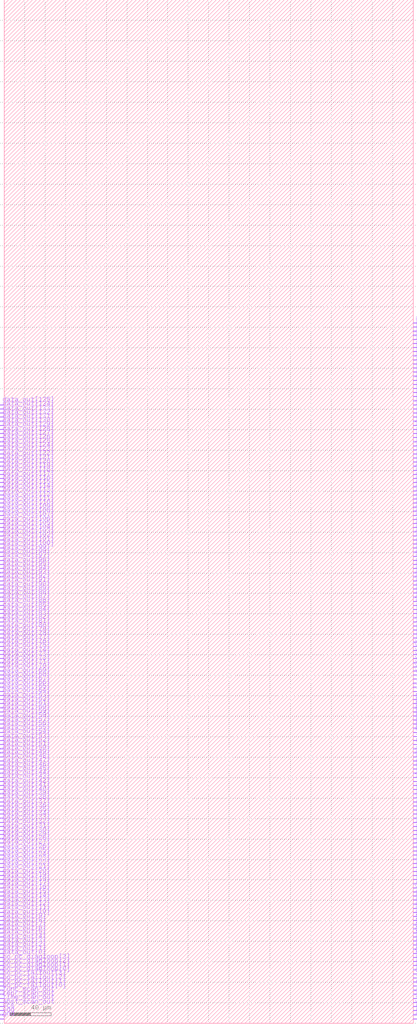
<source format=lef>
VERSION 5.7 ;
  NOWIREEXTENSIONATPIN ON ;
  DIVIDERCHAR "/" ;
  BUSBITCHARS "[]" ;
MACRO tri_64x34_8w_1r1w
  CLASS BLOCK ;
  FOREIGN tri_64x34_8w_1r1w ;
  ORIGIN 0.000 0.000 ;
  SIZE 400.000 BY 1000.000 ;
  PIN gnd
    DIRECTION INOUT ;
    USE SIGNAL ;
    PORT
      LAYER met3 ;
        RECT -4.000 4.000 0.000 4.600 ;
    END
  END gnd
  PIN vdd
    DIRECTION INOUT ;
    USE SIGNAL ;
    PORT
      LAYER met3 ;
        RECT -4.000 8.000 0.000 8.600 ;
    END
  END vdd
  PIN vcs
    DIRECTION INOUT ;
    USE SIGNAL ;
    PORT
      LAYER met3 ;
        RECT -4.000 12.000 0.000 12.600 ;
    END
  END vcs
  PIN clk
    DIRECTION INPUT ;
    USE SIGNAL ;
    PORT
      LAYER met3 ;
        RECT 400.000 4.000 404.000 4.600 ;
    END
  END clk
  PIN rst
    DIRECTION INPUT ;
    USE SIGNAL ;
    PORT
      LAYER met3 ;
        RECT 400.000 8.000 404.000 8.600 ;
    END
  END rst
  PIN rd_act
    DIRECTION INPUT ;
    USE SIGNAL ;
    PORT
      LAYER met3 ;
        RECT 400.000 12.000 404.000 12.600 ;
    END
  END rd_act
  PIN wr_act
    DIRECTION INPUT ;
    USE SIGNAL ;
    PORT
      LAYER met3 ;
        RECT 400.000 16.000 404.000 16.600 ;
    END
  END wr_act
  PIN sg_0
    DIRECTION INPUT ;
    USE SIGNAL ;
    PORT
      LAYER met3 ;
        RECT 400.000 20.000 404.000 20.600 ;
    END
  END sg_0
  PIN abst_sl_thold_0
    DIRECTION INPUT ;
    USE SIGNAL ;
    PORT
      LAYER met3 ;
        RECT 400.000 24.000 404.000 24.600 ;
    END
  END abst_sl_thold_0
  PIN ary_nsl_thold_0
    DIRECTION INPUT ;
    USE SIGNAL ;
    PORT
      LAYER met3 ;
        RECT 400.000 28.000 404.000 28.600 ;
    END
  END ary_nsl_thold_0
  PIN time_sl_thold_0
    DIRECTION INPUT ;
    USE SIGNAL ;
    PORT
      LAYER met3 ;
        RECT 400.000 32.000 404.000 32.600 ;
    END
  END time_sl_thold_0
  PIN repr_sl_thold_0
    DIRECTION INPUT ;
    USE SIGNAL ;
    PORT
      LAYER met3 ;
        RECT 400.000 36.000 404.000 36.600 ;
    END
  END repr_sl_thold_0
  PIN func_sl_force
    DIRECTION INPUT ;
    USE SIGNAL ;
    PORT
      LAYER met3 ;
        RECT 400.000 40.000 404.000 40.600 ;
    END
  END func_sl_force
  PIN func_sl_thold_0_b
    DIRECTION INPUT ;
    USE SIGNAL ;
    PORT
      LAYER met3 ;
        RECT 400.000 44.000 404.000 44.600 ;
    END
  END func_sl_thold_0_b
  PIN g8t_clkoff_dc_b
    DIRECTION INPUT ;
    USE SIGNAL ;
    PORT
      LAYER met3 ;
        RECT 400.000 48.000 404.000 48.600 ;
    END
  END g8t_clkoff_dc_b
  PIN ccflush_dc
    DIRECTION INPUT ;
    USE SIGNAL ;
    PORT
      LAYER met3 ;
        RECT 400.000 52.000 404.000 52.600 ;
    END
  END ccflush_dc
  PIN scan_dis_dc_b
    DIRECTION INPUT ;
    USE SIGNAL ;
    PORT
      LAYER met3 ;
        RECT 400.000 56.000 404.000 56.600 ;
    END
  END scan_dis_dc_b
  PIN scan_diag_dc
    DIRECTION INPUT ;
    USE SIGNAL ;
    PORT
      LAYER met3 ;
        RECT 400.000 60.000 404.000 60.600 ;
    END
  END scan_diag_dc
  PIN g8t_d_mode_dc
    DIRECTION INPUT ;
    USE SIGNAL ;
    PORT
      LAYER met3 ;
        RECT 400.000 64.000 404.000 64.600 ;
    END
  END g8t_d_mode_dc
  PIN g8t_mpw1_dc_b[0]
    DIRECTION INPUT ;
    USE SIGNAL ;
    PORT
      LAYER met3 ;
        RECT 400.000 68.000 404.000 68.600 ;
    END
  END g8t_mpw1_dc_b[0]
  PIN g8t_mpw1_dc_b[1]
    DIRECTION INPUT ;
    USE SIGNAL ;
    PORT
      LAYER met3 ;
        RECT 400.000 72.000 404.000 72.600 ;
    END
  END g8t_mpw1_dc_b[1]
  PIN g8t_mpw1_dc_b[2]
    DIRECTION INPUT ;
    USE SIGNAL ;
    PORT
      LAYER met3 ;
        RECT 400.000 76.000 404.000 76.600 ;
    END
  END g8t_mpw1_dc_b[2]
  PIN g8t_mpw1_dc_b[3]
    DIRECTION INPUT ;
    USE SIGNAL ;
    PORT
      LAYER met3 ;
        RECT 400.000 80.000 404.000 80.600 ;
    END
  END g8t_mpw1_dc_b[3]
  PIN g8t_mpw1_dc_b[4]
    DIRECTION INPUT ;
    USE SIGNAL ;
    PORT
      LAYER met3 ;
        RECT 400.000 84.000 404.000 84.600 ;
    END
  END g8t_mpw1_dc_b[4]
  PIN g8t_mpw2_dc_b
    DIRECTION INPUT ;
    USE SIGNAL ;
    PORT
      LAYER met3 ;
        RECT 400.000 88.000 404.000 88.600 ;
    END
  END g8t_mpw2_dc_b
  PIN g8t_delay_lclkr_dc[0]
    DIRECTION INPUT ;
    USE SIGNAL ;
    PORT
      LAYER met3 ;
        RECT 400.000 92.000 404.000 92.600 ;
    END
  END g8t_delay_lclkr_dc[0]
  PIN g8t_delay_lclkr_dc[1]
    DIRECTION INPUT ;
    USE SIGNAL ;
    PORT
      LAYER met3 ;
        RECT 400.000 96.000 404.000 96.600 ;
    END
  END g8t_delay_lclkr_dc[1]
  PIN g8t_delay_lclkr_dc[2]
    DIRECTION INPUT ;
    USE SIGNAL ;
    PORT
      LAYER met3 ;
        RECT 400.000 100.000 404.000 100.600 ;
    END
  END g8t_delay_lclkr_dc[2]
  PIN g8t_delay_lclkr_dc[3]
    DIRECTION INPUT ;
    USE SIGNAL ;
    PORT
      LAYER met3 ;
        RECT 400.000 104.000 404.000 104.600 ;
    END
  END g8t_delay_lclkr_dc[3]
  PIN g8t_delay_lclkr_dc[4]
    DIRECTION INPUT ;
    USE SIGNAL ;
    PORT
      LAYER met3 ;
        RECT 400.000 108.000 404.000 108.600 ;
    END
  END g8t_delay_lclkr_dc[4]
  PIN d_mode_dc
    DIRECTION INPUT ;
    USE SIGNAL ;
    PORT
      LAYER met3 ;
        RECT 400.000 112.000 404.000 112.600 ;
    END
  END d_mode_dc
  PIN mpw1_dc_b
    DIRECTION INPUT ;
    USE SIGNAL ;
    PORT
      LAYER met3 ;
        RECT 400.000 116.000 404.000 116.600 ;
    END
  END mpw1_dc_b
  PIN mpw2_dc_b
    DIRECTION INPUT ;
    USE SIGNAL ;
    PORT
      LAYER met3 ;
        RECT 400.000 120.000 404.000 120.600 ;
    END
  END mpw2_dc_b
  PIN delay_lclkr_dc
    DIRECTION INPUT ;
    USE SIGNAL ;
    PORT
      LAYER met3 ;
        RECT 400.000 124.000 404.000 124.600 ;
    END
  END delay_lclkr_dc
  PIN wr_abst_act
    DIRECTION INPUT ;
    USE SIGNAL ;
    PORT
      LAYER met3 ;
        RECT 400.000 128.000 404.000 128.600 ;
    END
  END wr_abst_act
  PIN rd0_abst_act
    DIRECTION INPUT ;
    USE SIGNAL ;
    PORT
      LAYER met3 ;
        RECT 400.000 132.000 404.000 132.600 ;
    END
  END rd0_abst_act
  PIN abist_di[0]
    DIRECTION INPUT ;
    USE SIGNAL ;
    PORT
      LAYER met3 ;
        RECT 400.000 136.000 404.000 136.600 ;
    END
  END abist_di[0]
  PIN abist_di[1]
    DIRECTION INPUT ;
    USE SIGNAL ;
    PORT
      LAYER met3 ;
        RECT 400.000 140.000 404.000 140.600 ;
    END
  END abist_di[1]
  PIN abist_di[2]
    DIRECTION INPUT ;
    USE SIGNAL ;
    PORT
      LAYER met3 ;
        RECT 400.000 144.000 404.000 144.600 ;
    END
  END abist_di[2]
  PIN abist_di[3]
    DIRECTION INPUT ;
    USE SIGNAL ;
    PORT
      LAYER met3 ;
        RECT 400.000 148.000 404.000 148.600 ;
    END
  END abist_di[3]
  PIN abist_bw_odd
    DIRECTION INPUT ;
    USE SIGNAL ;
    PORT
      LAYER met3 ;
        RECT 400.000 152.000 404.000 152.600 ;
    END
  END abist_bw_odd
  PIN abist_bw_even
    DIRECTION INPUT ;
    USE SIGNAL ;
    PORT
      LAYER met3 ;
        RECT 400.000 156.000 404.000 156.600 ;
    END
  END abist_bw_even
  PIN abist_wr_adr[0]
    DIRECTION INPUT ;
    USE SIGNAL ;
    PORT
      LAYER met3 ;
        RECT 400.000 160.000 404.000 160.600 ;
    END
  END abist_wr_adr[0]
  PIN abist_wr_adr[1]
    DIRECTION INPUT ;
    USE SIGNAL ;
    PORT
      LAYER met3 ;
        RECT 400.000 164.000 404.000 164.600 ;
    END
  END abist_wr_adr[1]
  PIN abist_wr_adr[2]
    DIRECTION INPUT ;
    USE SIGNAL ;
    PORT
      LAYER met3 ;
        RECT 400.000 168.000 404.000 168.600 ;
    END
  END abist_wr_adr[2]
  PIN abist_wr_adr[3]
    DIRECTION INPUT ;
    USE SIGNAL ;
    PORT
      LAYER met3 ;
        RECT 400.000 172.000 404.000 172.600 ;
    END
  END abist_wr_adr[3]
  PIN abist_wr_adr[4]
    DIRECTION INPUT ;
    USE SIGNAL ;
    PORT
      LAYER met3 ;
        RECT 400.000 176.000 404.000 176.600 ;
    END
  END abist_wr_adr[4]
  PIN abist_wr_adr[5]
    DIRECTION INPUT ;
    USE SIGNAL ;
    PORT
      LAYER met3 ;
        RECT 400.000 180.000 404.000 180.600 ;
    END
  END abist_wr_adr[5]
  PIN abist_wr_adr[6]
    DIRECTION INPUT ;
    USE SIGNAL ;
    PORT
      LAYER met3 ;
        RECT 400.000 184.000 404.000 184.600 ;
    END
  END abist_wr_adr[6]
  PIN abist_wr_adr[7]
    DIRECTION INPUT ;
    USE SIGNAL ;
    PORT
      LAYER met3 ;
        RECT 400.000 188.000 404.000 188.600 ;
    END
  END abist_wr_adr[7]
  PIN abist_wr_adr[8]
    DIRECTION INPUT ;
    USE SIGNAL ;
    PORT
      LAYER met3 ;
        RECT 400.000 192.000 404.000 192.600 ;
    END
  END abist_wr_adr[8]
  PIN abist_rd0_adr[0]
    DIRECTION INPUT ;
    USE SIGNAL ;
    PORT
      LAYER met3 ;
        RECT 400.000 196.000 404.000 196.600 ;
    END
  END abist_rd0_adr[0]
  PIN abist_rd0_adr[1]
    DIRECTION INPUT ;
    USE SIGNAL ;
    PORT
      LAYER met3 ;
        RECT 400.000 200.000 404.000 200.600 ;
    END
  END abist_rd0_adr[1]
  PIN abist_rd0_adr[2]
    DIRECTION INPUT ;
    USE SIGNAL ;
    PORT
      LAYER met3 ;
        RECT 400.000 204.000 404.000 204.600 ;
    END
  END abist_rd0_adr[2]
  PIN abist_rd0_adr[3]
    DIRECTION INPUT ;
    USE SIGNAL ;
    PORT
      LAYER met3 ;
        RECT 400.000 208.000 404.000 208.600 ;
    END
  END abist_rd0_adr[3]
  PIN abist_rd0_adr[4]
    DIRECTION INPUT ;
    USE SIGNAL ;
    PORT
      LAYER met3 ;
        RECT 400.000 212.000 404.000 212.600 ;
    END
  END abist_rd0_adr[4]
  PIN abist_rd0_adr[5]
    DIRECTION INPUT ;
    USE SIGNAL ;
    PORT
      LAYER met3 ;
        RECT 400.000 216.000 404.000 216.600 ;
    END
  END abist_rd0_adr[5]
  PIN abist_rd0_adr[6]
    DIRECTION INPUT ;
    USE SIGNAL ;
    PORT
      LAYER met3 ;
        RECT 400.000 220.000 404.000 220.600 ;
    END
  END abist_rd0_adr[6]
  PIN abist_rd0_adr[7]
    DIRECTION INPUT ;
    USE SIGNAL ;
    PORT
      LAYER met3 ;
        RECT 400.000 224.000 404.000 224.600 ;
    END
  END abist_rd0_adr[7]
  PIN abist_rd0_adr[8]
    DIRECTION INPUT ;
    USE SIGNAL ;
    PORT
      LAYER met3 ;
        RECT 400.000 228.000 404.000 228.600 ;
    END
  END abist_rd0_adr[8]
  PIN tc_lbist_ary_wrt_thru_dc
    DIRECTION INPUT ;
    USE SIGNAL ;
    PORT
      LAYER met3 ;
        RECT 400.000 232.000 404.000 232.600 ;
    END
  END tc_lbist_ary_wrt_thru_dc
  PIN abist_ena_1
    DIRECTION INPUT ;
    USE SIGNAL ;
    PORT
      LAYER met3 ;
        RECT 400.000 236.000 404.000 236.600 ;
    END
  END abist_ena_1
  PIN abist_g8t_rd0_comp_ena
    DIRECTION INPUT ;
    USE SIGNAL ;
    PORT
      LAYER met3 ;
        RECT 400.000 240.000 404.000 240.600 ;
    END
  END abist_g8t_rd0_comp_ena
  PIN abist_raw_dc_b
    DIRECTION INPUT ;
    USE SIGNAL ;
    PORT
      LAYER met3 ;
        RECT 400.000 244.000 404.000 244.600 ;
    END
  END abist_raw_dc_b
  PIN obs0_abist_cmp[0]
    DIRECTION INPUT ;
    USE SIGNAL ;
    PORT
      LAYER met3 ;
        RECT 400.000 248.000 404.000 248.600 ;
    END
  END obs0_abist_cmp[0]
  PIN obs0_abist_cmp[1]
    DIRECTION INPUT ;
    USE SIGNAL ;
    PORT
      LAYER met3 ;
        RECT 400.000 252.000 404.000 252.600 ;
    END
  END obs0_abist_cmp[1]
  PIN obs0_abist_cmp[2]
    DIRECTION INPUT ;
    USE SIGNAL ;
    PORT
      LAYER met3 ;
        RECT 400.000 256.000 404.000 256.600 ;
    END
  END obs0_abist_cmp[2]
  PIN obs0_abist_cmp[3]
    DIRECTION INPUT ;
    USE SIGNAL ;
    PORT
      LAYER met3 ;
        RECT 400.000 260.000 404.000 260.600 ;
    END
  END obs0_abist_cmp[3]
  PIN abst_scan_in
    DIRECTION INPUT ;
    USE SIGNAL ;
    PORT
      LAYER met3 ;
        RECT 400.000 264.000 404.000 264.600 ;
    END
  END abst_scan_in
  PIN time_scan_in
    DIRECTION INPUT ;
    USE SIGNAL ;
    PORT
      LAYER met3 ;
        RECT 400.000 268.000 404.000 268.600 ;
    END
  END time_scan_in
  PIN repr_scan_in
    DIRECTION INPUT ;
    USE SIGNAL ;
    PORT
      LAYER met3 ;
        RECT 400.000 272.000 404.000 272.600 ;
    END
  END repr_scan_in
  PIN func_scan_in
    DIRECTION INPUT ;
    USE SIGNAL ;
    PORT
      LAYER met3 ;
        RECT 400.000 276.000 404.000 276.600 ;
    END
  END func_scan_in
  PIN abst_scan_out
    DIRECTION OUTPUT TRISTATE ;
    USE SIGNAL ;
    PORT
      LAYER met3 ;
        RECT -4.000 16.000 0.000 16.600 ;
    END
  END abst_scan_out
  PIN time_scan_out
    DIRECTION OUTPUT TRISTATE ;
    USE SIGNAL ;
    PORT
      LAYER met3 ;
        RECT -4.000 20.000 0.000 20.600 ;
    END
  END time_scan_out
  PIN repr_scan_out
    DIRECTION OUTPUT TRISTATE ;
    USE SIGNAL ;
    PORT
      LAYER met3 ;
        RECT -4.000 24.000 0.000 24.600 ;
    END
  END repr_scan_out
  PIN func_scan_out
    DIRECTION OUTPUT TRISTATE ;
    USE SIGNAL ;
    PORT
      LAYER met3 ;
        RECT -4.000 28.000 0.000 28.600 ;
    END
  END func_scan_out
  PIN lcb_bolt_sl_thold_0
    DIRECTION INPUT ;
    USE SIGNAL ;
    PORT
      LAYER met3 ;
        RECT 400.000 280.000 404.000 280.600 ;
    END
  END lcb_bolt_sl_thold_0
  PIN pc_bo_enable_2
    DIRECTION INPUT ;
    USE SIGNAL ;
    PORT
      LAYER met3 ;
        RECT 400.000 284.000 404.000 284.600 ;
    END
  END pc_bo_enable_2
  PIN pc_bo_reset
    DIRECTION INPUT ;
    USE SIGNAL ;
    PORT
      LAYER met3 ;
        RECT 400.000 288.000 404.000 288.600 ;
    END
  END pc_bo_reset
  PIN pc_bo_unload
    DIRECTION INPUT ;
    USE SIGNAL ;
    PORT
      LAYER met3 ;
        RECT 400.000 292.000 404.000 292.600 ;
    END
  END pc_bo_unload
  PIN pc_bo_repair
    DIRECTION INPUT ;
    USE SIGNAL ;
    PORT
      LAYER met3 ;
        RECT 400.000 296.000 404.000 296.600 ;
    END
  END pc_bo_repair
  PIN pc_bo_shdata
    DIRECTION INPUT ;
    USE SIGNAL ;
    PORT
      LAYER met3 ;
        RECT 400.000 300.000 404.000 300.600 ;
    END
  END pc_bo_shdata
  PIN pc_bo_select[0]
    DIRECTION INPUT ;
    USE SIGNAL ;
    PORT
      LAYER met3 ;
        RECT 400.000 304.000 404.000 304.600 ;
    END
  END pc_bo_select[0]
  PIN pc_bo_select[1]
    DIRECTION INPUT ;
    USE SIGNAL ;
    PORT
      LAYER met3 ;
        RECT 400.000 308.000 404.000 308.600 ;
    END
  END pc_bo_select[1]
  PIN pc_bo_select[2]
    DIRECTION INPUT ;
    USE SIGNAL ;
    PORT
      LAYER met3 ;
        RECT 400.000 312.000 404.000 312.600 ;
    END
  END pc_bo_select[2]
  PIN pc_bo_select[3]
    DIRECTION INPUT ;
    USE SIGNAL ;
    PORT
      LAYER met3 ;
        RECT 400.000 316.000 404.000 316.600 ;
    END
  END pc_bo_select[3]
  PIN bo_pc_failout[0]
    DIRECTION OUTPUT TRISTATE ;
    USE SIGNAL ;
    PORT
      LAYER met3 ;
        RECT -4.000 32.000 0.000 32.600 ;
    END
  END bo_pc_failout[0]
  PIN bo_pc_failout[1]
    DIRECTION OUTPUT TRISTATE ;
    USE SIGNAL ;
    PORT
      LAYER met3 ;
        RECT -4.000 36.000 0.000 36.600 ;
    END
  END bo_pc_failout[1]
  PIN bo_pc_failout[2]
    DIRECTION OUTPUT TRISTATE ;
    USE SIGNAL ;
    PORT
      LAYER met3 ;
        RECT -4.000 40.000 0.000 40.600 ;
    END
  END bo_pc_failout[2]
  PIN bo_pc_failout[3]
    DIRECTION OUTPUT TRISTATE ;
    USE SIGNAL ;
    PORT
      LAYER met3 ;
        RECT -4.000 44.000 0.000 44.600 ;
    END
  END bo_pc_failout[3]
  PIN bo_pc_diagloop[0]
    DIRECTION OUTPUT TRISTATE ;
    USE SIGNAL ;
    PORT
      LAYER met3 ;
        RECT -4.000 48.000 0.000 48.600 ;
    END
  END bo_pc_diagloop[0]
  PIN bo_pc_diagloop[1]
    DIRECTION OUTPUT TRISTATE ;
    USE SIGNAL ;
    PORT
      LAYER met3 ;
        RECT -4.000 52.000 0.000 52.600 ;
    END
  END bo_pc_diagloop[1]
  PIN bo_pc_diagloop[2]
    DIRECTION OUTPUT TRISTATE ;
    USE SIGNAL ;
    PORT
      LAYER met3 ;
        RECT -4.000 56.000 0.000 56.600 ;
    END
  END bo_pc_diagloop[2]
  PIN bo_pc_diagloop[3]
    DIRECTION OUTPUT TRISTATE ;
    USE SIGNAL ;
    PORT
      LAYER met3 ;
        RECT -4.000 60.000 0.000 60.600 ;
    END
  END bo_pc_diagloop[3]
  PIN tri_lcb_mpw1_dc_b
    DIRECTION INPUT ;
    USE SIGNAL ;
    PORT
      LAYER met3 ;
        RECT 400.000 320.000 404.000 320.600 ;
    END
  END tri_lcb_mpw1_dc_b
  PIN tri_lcb_mpw2_dc_b
    DIRECTION INPUT ;
    USE SIGNAL ;
    PORT
      LAYER met3 ;
        RECT 400.000 324.000 404.000 324.600 ;
    END
  END tri_lcb_mpw2_dc_b
  PIN tri_lcb_delay_lclkr_dc
    DIRECTION INPUT ;
    USE SIGNAL ;
    PORT
      LAYER met3 ;
        RECT 400.000 328.000 404.000 328.600 ;
    END
  END tri_lcb_delay_lclkr_dc
  PIN tri_lcb_clkoff_dc_b
    DIRECTION INPUT ;
    USE SIGNAL ;
    PORT
      LAYER met3 ;
        RECT 400.000 332.000 404.000 332.600 ;
    END
  END tri_lcb_clkoff_dc_b
  PIN tri_lcb_act_dis_dc
    DIRECTION INPUT ;
    USE SIGNAL ;
    PORT
      LAYER met3 ;
        RECT 400.000 336.000 404.000 336.600 ;
    END
  END tri_lcb_act_dis_dc
  PIN write_enable[0]
    DIRECTION INPUT ;
    USE SIGNAL ;
    PORT
      LAYER met3 ;
        RECT 400.000 340.000 404.000 340.600 ;
    END
  END write_enable[0]
  PIN write_enable[1]
    DIRECTION INPUT ;
    USE SIGNAL ;
    PORT
      LAYER met3 ;
        RECT 400.000 344.000 404.000 344.600 ;
    END
  END write_enable[1]
  PIN write_enable[2]
    DIRECTION INPUT ;
    USE SIGNAL ;
    PORT
      LAYER met3 ;
        RECT 400.000 348.000 404.000 348.600 ;
    END
  END write_enable[2]
  PIN write_enable[3]
    DIRECTION INPUT ;
    USE SIGNAL ;
    PORT
      LAYER met3 ;
        RECT 400.000 352.000 404.000 352.600 ;
    END
  END write_enable[3]
  PIN way[0]
    DIRECTION INPUT ;
    USE SIGNAL ;
    PORT
      LAYER met3 ;
        RECT 400.000 356.000 404.000 356.600 ;
    END
  END way[0]
  PIN way[1]
    DIRECTION INPUT ;
    USE SIGNAL ;
    PORT
      LAYER met3 ;
        RECT 400.000 360.000 404.000 360.600 ;
    END
  END way[1]
  PIN way[2]
    DIRECTION INPUT ;
    USE SIGNAL ;
    PORT
      LAYER met3 ;
        RECT 400.000 364.000 404.000 364.600 ;
    END
  END way[2]
  PIN way[3]
    DIRECTION INPUT ;
    USE SIGNAL ;
    PORT
      LAYER met3 ;
        RECT 400.000 368.000 404.000 368.600 ;
    END
  END way[3]
  PIN addr_wr[0]
    DIRECTION INPUT ;
    USE SIGNAL ;
    PORT
      LAYER met3 ;
        RECT 400.000 372.000 404.000 372.600 ;
    END
  END addr_wr[0]
  PIN addr_wr[1]
    DIRECTION INPUT ;
    USE SIGNAL ;
    PORT
      LAYER met3 ;
        RECT 400.000 376.000 404.000 376.600 ;
    END
  END addr_wr[1]
  PIN addr_wr[2]
    DIRECTION INPUT ;
    USE SIGNAL ;
    PORT
      LAYER met3 ;
        RECT 400.000 380.000 404.000 380.600 ;
    END
  END addr_wr[2]
  PIN addr_wr[3]
    DIRECTION INPUT ;
    USE SIGNAL ;
    PORT
      LAYER met3 ;
        RECT 400.000 384.000 404.000 384.600 ;
    END
  END addr_wr[3]
  PIN addr_wr[4]
    DIRECTION INPUT ;
    USE SIGNAL ;
    PORT
      LAYER met3 ;
        RECT 400.000 388.000 404.000 388.600 ;
    END
  END addr_wr[4]
  PIN addr_wr[5]
    DIRECTION INPUT ;
    USE SIGNAL ;
    PORT
      LAYER met3 ;
        RECT 400.000 392.000 404.000 392.600 ;
    END
  END addr_wr[5]
  PIN addr_wr[6]
    DIRECTION INPUT ;
    USE SIGNAL ;
    PORT
      LAYER met3 ;
        RECT 400.000 396.000 404.000 396.600 ;
    END
  END addr_wr[6]
  PIN addr_wr[7]
    DIRECTION INPUT ;
    USE SIGNAL ;
    PORT
      LAYER met3 ;
        RECT 400.000 400.000 404.000 400.600 ;
    END
  END addr_wr[7]
  PIN addr_wr[8]
    DIRECTION INPUT ;
    USE SIGNAL ;
    PORT
      LAYER met3 ;
        RECT 400.000 404.000 404.000 404.600 ;
    END
  END addr_wr[8]
  PIN data_in[0]
    DIRECTION INPUT ;
    USE SIGNAL ;
    PORT
      LAYER met3 ;
        RECT 400.000 408.000 404.000 408.600 ;
    END
  END data_in[0]
  PIN data_in[1]
    DIRECTION INPUT ;
    USE SIGNAL ;
    PORT
      LAYER met3 ;
        RECT 400.000 412.000 404.000 412.600 ;
    END
  END data_in[1]
  PIN data_in[2]
    DIRECTION INPUT ;
    USE SIGNAL ;
    PORT
      LAYER met3 ;
        RECT 400.000 416.000 404.000 416.600 ;
    END
  END data_in[2]
  PIN data_in[3]
    DIRECTION INPUT ;
    USE SIGNAL ;
    PORT
      LAYER met3 ;
        RECT 400.000 420.000 404.000 420.600 ;
    END
  END data_in[3]
  PIN data_in[4]
    DIRECTION INPUT ;
    USE SIGNAL ;
    PORT
      LAYER met3 ;
        RECT 400.000 424.000 404.000 424.600 ;
    END
  END data_in[4]
  PIN data_in[5]
    DIRECTION INPUT ;
    USE SIGNAL ;
    PORT
      LAYER met3 ;
        RECT 400.000 428.000 404.000 428.600 ;
    END
  END data_in[5]
  PIN data_in[6]
    DIRECTION INPUT ;
    USE SIGNAL ;
    PORT
      LAYER met3 ;
        RECT 400.000 432.000 404.000 432.600 ;
    END
  END data_in[6]
  PIN data_in[7]
    DIRECTION INPUT ;
    USE SIGNAL ;
    PORT
      LAYER met3 ;
        RECT 400.000 436.000 404.000 436.600 ;
    END
  END data_in[7]
  PIN data_in[8]
    DIRECTION INPUT ;
    USE SIGNAL ;
    PORT
      LAYER met3 ;
        RECT 400.000 440.000 404.000 440.600 ;
    END
  END data_in[8]
  PIN data_in[9]
    DIRECTION INPUT ;
    USE SIGNAL ;
    PORT
      LAYER met3 ;
        RECT 400.000 444.000 404.000 444.600 ;
    END
  END data_in[9]
  PIN data_in[10]
    DIRECTION INPUT ;
    USE SIGNAL ;
    PORT
      LAYER met3 ;
        RECT 400.000 448.000 404.000 448.600 ;
    END
  END data_in[10]
  PIN data_in[11]
    DIRECTION INPUT ;
    USE SIGNAL ;
    PORT
      LAYER met3 ;
        RECT 400.000 452.000 404.000 452.600 ;
    END
  END data_in[11]
  PIN data_in[12]
    DIRECTION INPUT ;
    USE SIGNAL ;
    PORT
      LAYER met3 ;
        RECT 400.000 456.000 404.000 456.600 ;
    END
  END data_in[12]
  PIN data_in[13]
    DIRECTION INPUT ;
    USE SIGNAL ;
    PORT
      LAYER met3 ;
        RECT 400.000 460.000 404.000 460.600 ;
    END
  END data_in[13]
  PIN data_in[14]
    DIRECTION INPUT ;
    USE SIGNAL ;
    PORT
      LAYER met3 ;
        RECT 400.000 464.000 404.000 464.600 ;
    END
  END data_in[14]
  PIN data_in[15]
    DIRECTION INPUT ;
    USE SIGNAL ;
    PORT
      LAYER met3 ;
        RECT 400.000 468.000 404.000 468.600 ;
    END
  END data_in[15]
  PIN data_in[16]
    DIRECTION INPUT ;
    USE SIGNAL ;
    PORT
      LAYER met3 ;
        RECT 400.000 472.000 404.000 472.600 ;
    END
  END data_in[16]
  PIN data_in[17]
    DIRECTION INPUT ;
    USE SIGNAL ;
    PORT
      LAYER met3 ;
        RECT 400.000 476.000 404.000 476.600 ;
    END
  END data_in[17]
  PIN data_in[18]
    DIRECTION INPUT ;
    USE SIGNAL ;
    PORT
      LAYER met3 ;
        RECT 400.000 480.000 404.000 480.600 ;
    END
  END data_in[18]
  PIN data_in[19]
    DIRECTION INPUT ;
    USE SIGNAL ;
    PORT
      LAYER met3 ;
        RECT 400.000 484.000 404.000 484.600 ;
    END
  END data_in[19]
  PIN data_in[20]
    DIRECTION INPUT ;
    USE SIGNAL ;
    PORT
      LAYER met3 ;
        RECT 400.000 488.000 404.000 488.600 ;
    END
  END data_in[20]
  PIN data_in[21]
    DIRECTION INPUT ;
    USE SIGNAL ;
    PORT
      LAYER met3 ;
        RECT 400.000 492.000 404.000 492.600 ;
    END
  END data_in[21]
  PIN data_in[22]
    DIRECTION INPUT ;
    USE SIGNAL ;
    PORT
      LAYER met3 ;
        RECT 400.000 496.000 404.000 496.600 ;
    END
  END data_in[22]
  PIN data_in[23]
    DIRECTION INPUT ;
    USE SIGNAL ;
    PORT
      LAYER met3 ;
        RECT 400.000 500.000 404.000 500.600 ;
    END
  END data_in[23]
  PIN data_in[24]
    DIRECTION INPUT ;
    USE SIGNAL ;
    PORT
      LAYER met3 ;
        RECT 400.000 504.000 404.000 504.600 ;
    END
  END data_in[24]
  PIN data_in[25]
    DIRECTION INPUT ;
    USE SIGNAL ;
    PORT
      LAYER met3 ;
        RECT 400.000 508.000 404.000 508.600 ;
    END
  END data_in[25]
  PIN data_in[26]
    DIRECTION INPUT ;
    USE SIGNAL ;
    PORT
      LAYER met3 ;
        RECT 400.000 512.000 404.000 512.600 ;
    END
  END data_in[26]
  PIN data_in[27]
    DIRECTION INPUT ;
    USE SIGNAL ;
    PORT
      LAYER met3 ;
        RECT 400.000 516.000 404.000 516.600 ;
    END
  END data_in[27]
  PIN data_in[28]
    DIRECTION INPUT ;
    USE SIGNAL ;
    PORT
      LAYER met3 ;
        RECT 400.000 520.000 404.000 520.600 ;
    END
  END data_in[28]
  PIN data_in[29]
    DIRECTION INPUT ;
    USE SIGNAL ;
    PORT
      LAYER met3 ;
        RECT 400.000 524.000 404.000 524.600 ;
    END
  END data_in[29]
  PIN data_in[30]
    DIRECTION INPUT ;
    USE SIGNAL ;
    PORT
      LAYER met3 ;
        RECT 400.000 528.000 404.000 528.600 ;
    END
  END data_in[30]
  PIN data_in[31]
    DIRECTION INPUT ;
    USE SIGNAL ;
    PORT
      LAYER met3 ;
        RECT 400.000 532.000 404.000 532.600 ;
    END
  END data_in[31]
  PIN data_in[32]
    DIRECTION INPUT ;
    USE SIGNAL ;
    PORT
      LAYER met3 ;
        RECT 400.000 536.000 404.000 536.600 ;
    END
  END data_in[32]
  PIN data_in[33]
    DIRECTION INPUT ;
    USE SIGNAL ;
    PORT
      LAYER met3 ;
        RECT 400.000 540.000 404.000 540.600 ;
    END
  END data_in[33]
  PIN addr_rd_01[0]
    DIRECTION INPUT ;
    USE SIGNAL ;
    PORT
      LAYER met3 ;
        RECT 400.000 544.000 404.000 544.600 ;
    END
  END addr_rd_01[0]
  PIN addr_rd_01[1]
    DIRECTION INPUT ;
    USE SIGNAL ;
    PORT
      LAYER met3 ;
        RECT 400.000 548.000 404.000 548.600 ;
    END
  END addr_rd_01[1]
  PIN addr_rd_01[2]
    DIRECTION INPUT ;
    USE SIGNAL ;
    PORT
      LAYER met3 ;
        RECT 400.000 552.000 404.000 552.600 ;
    END
  END addr_rd_01[2]
  PIN addr_rd_01[3]
    DIRECTION INPUT ;
    USE SIGNAL ;
    PORT
      LAYER met3 ;
        RECT 400.000 556.000 404.000 556.600 ;
    END
  END addr_rd_01[3]
  PIN addr_rd_01[4]
    DIRECTION INPUT ;
    USE SIGNAL ;
    PORT
      LAYER met3 ;
        RECT 400.000 560.000 404.000 560.600 ;
    END
  END addr_rd_01[4]
  PIN addr_rd_01[5]
    DIRECTION INPUT ;
    USE SIGNAL ;
    PORT
      LAYER met3 ;
        RECT 400.000 564.000 404.000 564.600 ;
    END
  END addr_rd_01[5]
  PIN addr_rd_01[6]
    DIRECTION INPUT ;
    USE SIGNAL ;
    PORT
      LAYER met3 ;
        RECT 400.000 568.000 404.000 568.600 ;
    END
  END addr_rd_01[6]
  PIN addr_rd_01[7]
    DIRECTION INPUT ;
    USE SIGNAL ;
    PORT
      LAYER met3 ;
        RECT 400.000 572.000 404.000 572.600 ;
    END
  END addr_rd_01[7]
  PIN addr_rd_01[8]
    DIRECTION INPUT ;
    USE SIGNAL ;
    PORT
      LAYER met3 ;
        RECT 400.000 576.000 404.000 576.600 ;
    END
  END addr_rd_01[8]
  PIN addr_rd_23[0]
    DIRECTION INPUT ;
    USE SIGNAL ;
    PORT
      LAYER met3 ;
        RECT 400.000 580.000 404.000 580.600 ;
    END
  END addr_rd_23[0]
  PIN addr_rd_23[1]
    DIRECTION INPUT ;
    USE SIGNAL ;
    PORT
      LAYER met3 ;
        RECT 400.000 584.000 404.000 584.600 ;
    END
  END addr_rd_23[1]
  PIN addr_rd_23[2]
    DIRECTION INPUT ;
    USE SIGNAL ;
    PORT
      LAYER met3 ;
        RECT 400.000 588.000 404.000 588.600 ;
    END
  END addr_rd_23[2]
  PIN addr_rd_23[3]
    DIRECTION INPUT ;
    USE SIGNAL ;
    PORT
      LAYER met3 ;
        RECT 400.000 592.000 404.000 592.600 ;
    END
  END addr_rd_23[3]
  PIN addr_rd_23[4]
    DIRECTION INPUT ;
    USE SIGNAL ;
    PORT
      LAYER met3 ;
        RECT 400.000 596.000 404.000 596.600 ;
    END
  END addr_rd_23[4]
  PIN addr_rd_23[5]
    DIRECTION INPUT ;
    USE SIGNAL ;
    PORT
      LAYER met3 ;
        RECT 400.000 600.000 404.000 600.600 ;
    END
  END addr_rd_23[5]
  PIN addr_rd_23[6]
    DIRECTION INPUT ;
    USE SIGNAL ;
    PORT
      LAYER met3 ;
        RECT 400.000 604.000 404.000 604.600 ;
    END
  END addr_rd_23[6]
  PIN addr_rd_23[7]
    DIRECTION INPUT ;
    USE SIGNAL ;
    PORT
      LAYER met3 ;
        RECT 400.000 608.000 404.000 608.600 ;
    END
  END addr_rd_23[7]
  PIN addr_rd_23[8]
    DIRECTION INPUT ;
    USE SIGNAL ;
    PORT
      LAYER met3 ;
        RECT 400.000 612.000 404.000 612.600 ;
    END
  END addr_rd_23[8]
  PIN addr_rd_45[0]
    DIRECTION INPUT ;
    USE SIGNAL ;
    PORT
      LAYER met3 ;
        RECT 400.000 616.000 404.000 616.600 ;
    END
  END addr_rd_45[0]
  PIN addr_rd_45[1]
    DIRECTION INPUT ;
    USE SIGNAL ;
    PORT
      LAYER met3 ;
        RECT 400.000 620.000 404.000 620.600 ;
    END
  END addr_rd_45[1]
  PIN addr_rd_45[2]
    DIRECTION INPUT ;
    USE SIGNAL ;
    PORT
      LAYER met3 ;
        RECT 400.000 624.000 404.000 624.600 ;
    END
  END addr_rd_45[2]
  PIN addr_rd_45[3]
    DIRECTION INPUT ;
    USE SIGNAL ;
    PORT
      LAYER met3 ;
        RECT 400.000 628.000 404.000 628.600 ;
    END
  END addr_rd_45[3]
  PIN addr_rd_45[4]
    DIRECTION INPUT ;
    USE SIGNAL ;
    PORT
      LAYER met3 ;
        RECT 400.000 632.000 404.000 632.600 ;
    END
  END addr_rd_45[4]
  PIN addr_rd_45[5]
    DIRECTION INPUT ;
    USE SIGNAL ;
    PORT
      LAYER met3 ;
        RECT 400.000 636.000 404.000 636.600 ;
    END
  END addr_rd_45[5]
  PIN addr_rd_45[6]
    DIRECTION INPUT ;
    USE SIGNAL ;
    PORT
      LAYER met3 ;
        RECT 400.000 640.000 404.000 640.600 ;
    END
  END addr_rd_45[6]
  PIN addr_rd_45[7]
    DIRECTION INPUT ;
    USE SIGNAL ;
    PORT
      LAYER met3 ;
        RECT 400.000 644.000 404.000 644.600 ;
    END
  END addr_rd_45[7]
  PIN addr_rd_45[8]
    DIRECTION INPUT ;
    USE SIGNAL ;
    PORT
      LAYER met3 ;
        RECT 400.000 648.000 404.000 648.600 ;
    END
  END addr_rd_45[8]
  PIN addr_rd_67[0]
    DIRECTION INPUT ;
    USE SIGNAL ;
    PORT
      LAYER met3 ;
        RECT 400.000 652.000 404.000 652.600 ;
    END
  END addr_rd_67[0]
  PIN addr_rd_67[1]
    DIRECTION INPUT ;
    USE SIGNAL ;
    PORT
      LAYER met3 ;
        RECT 400.000 656.000 404.000 656.600 ;
    END
  END addr_rd_67[1]
  PIN addr_rd_67[2]
    DIRECTION INPUT ;
    USE SIGNAL ;
    PORT
      LAYER met3 ;
        RECT 400.000 660.000 404.000 660.600 ;
    END
  END addr_rd_67[2]
  PIN addr_rd_67[3]
    DIRECTION INPUT ;
    USE SIGNAL ;
    PORT
      LAYER met3 ;
        RECT 400.000 664.000 404.000 664.600 ;
    END
  END addr_rd_67[3]
  PIN addr_rd_67[4]
    DIRECTION INPUT ;
    USE SIGNAL ;
    PORT
      LAYER met3 ;
        RECT 400.000 668.000 404.000 668.600 ;
    END
  END addr_rd_67[4]
  PIN addr_rd_67[5]
    DIRECTION INPUT ;
    USE SIGNAL ;
    PORT
      LAYER met3 ;
        RECT 400.000 672.000 404.000 672.600 ;
    END
  END addr_rd_67[5]
  PIN addr_rd_67[6]
    DIRECTION INPUT ;
    USE SIGNAL ;
    PORT
      LAYER met3 ;
        RECT 400.000 676.000 404.000 676.600 ;
    END
  END addr_rd_67[6]
  PIN addr_rd_67[7]
    DIRECTION INPUT ;
    USE SIGNAL ;
    PORT
      LAYER met3 ;
        RECT 400.000 680.000 404.000 680.600 ;
    END
  END addr_rd_67[7]
  PIN addr_rd_67[8]
    DIRECTION INPUT ;
    USE SIGNAL ;
    PORT
      LAYER met3 ;
        RECT 400.000 684.000 404.000 684.600 ;
    END
  END addr_rd_67[8]
  PIN data_out[0]
    DIRECTION OUTPUT TRISTATE ;
    USE SIGNAL ;
    PORT
      LAYER met3 ;
        RECT -4.000 64.000 0.000 64.600 ;
    END
  END data_out[0]
  PIN data_out[1]
    DIRECTION OUTPUT TRISTATE ;
    USE SIGNAL ;
    PORT
      LAYER met3 ;
        RECT -4.000 68.000 0.000 68.600 ;
    END
  END data_out[1]
  PIN data_out[2]
    DIRECTION OUTPUT TRISTATE ;
    USE SIGNAL ;
    PORT
      LAYER met3 ;
        RECT -4.000 72.000 0.000 72.600 ;
    END
  END data_out[2]
  PIN data_out[3]
    DIRECTION OUTPUT TRISTATE ;
    USE SIGNAL ;
    PORT
      LAYER met3 ;
        RECT -4.000 76.000 0.000 76.600 ;
    END
  END data_out[3]
  PIN data_out[4]
    DIRECTION OUTPUT TRISTATE ;
    USE SIGNAL ;
    PORT
      LAYER met3 ;
        RECT -4.000 80.000 0.000 80.600 ;
    END
  END data_out[4]
  PIN data_out[5]
    DIRECTION OUTPUT TRISTATE ;
    USE SIGNAL ;
    PORT
      LAYER met3 ;
        RECT -4.000 84.000 0.000 84.600 ;
    END
  END data_out[5]
  PIN data_out[6]
    DIRECTION OUTPUT TRISTATE ;
    USE SIGNAL ;
    PORT
      LAYER met3 ;
        RECT -4.000 88.000 0.000 88.600 ;
    END
  END data_out[6]
  PIN data_out[7]
    DIRECTION OUTPUT TRISTATE ;
    USE SIGNAL ;
    PORT
      LAYER met3 ;
        RECT -4.000 92.000 0.000 92.600 ;
    END
  END data_out[7]
  PIN data_out[8]
    DIRECTION OUTPUT TRISTATE ;
    USE SIGNAL ;
    PORT
      LAYER met3 ;
        RECT -4.000 96.000 0.000 96.600 ;
    END
  END data_out[8]
  PIN data_out[9]
    DIRECTION OUTPUT TRISTATE ;
    USE SIGNAL ;
    PORT
      LAYER met3 ;
        RECT -4.000 100.000 0.000 100.600 ;
    END
  END data_out[9]
  PIN data_out[10]
    DIRECTION OUTPUT TRISTATE ;
    USE SIGNAL ;
    PORT
      LAYER met3 ;
        RECT -4.000 104.000 0.000 104.600 ;
    END
  END data_out[10]
  PIN data_out[11]
    DIRECTION OUTPUT TRISTATE ;
    USE SIGNAL ;
    PORT
      LAYER met3 ;
        RECT -4.000 108.000 0.000 108.600 ;
    END
  END data_out[11]
  PIN data_out[12]
    DIRECTION OUTPUT TRISTATE ;
    USE SIGNAL ;
    PORT
      LAYER met3 ;
        RECT -4.000 112.000 0.000 112.600 ;
    END
  END data_out[12]
  PIN data_out[13]
    DIRECTION OUTPUT TRISTATE ;
    USE SIGNAL ;
    PORT
      LAYER met3 ;
        RECT -4.000 116.000 0.000 116.600 ;
    END
  END data_out[13]
  PIN data_out[14]
    DIRECTION OUTPUT TRISTATE ;
    USE SIGNAL ;
    PORT
      LAYER met3 ;
        RECT -4.000 120.000 0.000 120.600 ;
    END
  END data_out[14]
  PIN data_out[15]
    DIRECTION OUTPUT TRISTATE ;
    USE SIGNAL ;
    PORT
      LAYER met3 ;
        RECT -4.000 124.000 0.000 124.600 ;
    END
  END data_out[15]
  PIN data_out[16]
    DIRECTION OUTPUT TRISTATE ;
    USE SIGNAL ;
    PORT
      LAYER met3 ;
        RECT -4.000 128.000 0.000 128.600 ;
    END
  END data_out[16]
  PIN data_out[17]
    DIRECTION OUTPUT TRISTATE ;
    USE SIGNAL ;
    PORT
      LAYER met3 ;
        RECT -4.000 132.000 0.000 132.600 ;
    END
  END data_out[17]
  PIN data_out[18]
    DIRECTION OUTPUT TRISTATE ;
    USE SIGNAL ;
    PORT
      LAYER met3 ;
        RECT -4.000 136.000 0.000 136.600 ;
    END
  END data_out[18]
  PIN data_out[19]
    DIRECTION OUTPUT TRISTATE ;
    USE SIGNAL ;
    PORT
      LAYER met3 ;
        RECT -4.000 140.000 0.000 140.600 ;
    END
  END data_out[19]
  PIN data_out[20]
    DIRECTION OUTPUT TRISTATE ;
    USE SIGNAL ;
    PORT
      LAYER met3 ;
        RECT -4.000 144.000 0.000 144.600 ;
    END
  END data_out[20]
  PIN data_out[21]
    DIRECTION OUTPUT TRISTATE ;
    USE SIGNAL ;
    PORT
      LAYER met3 ;
        RECT -4.000 148.000 0.000 148.600 ;
    END
  END data_out[21]
  PIN data_out[22]
    DIRECTION OUTPUT TRISTATE ;
    USE SIGNAL ;
    PORT
      LAYER met3 ;
        RECT -4.000 152.000 0.000 152.600 ;
    END
  END data_out[22]
  PIN data_out[23]
    DIRECTION OUTPUT TRISTATE ;
    USE SIGNAL ;
    PORT
      LAYER met3 ;
        RECT -4.000 156.000 0.000 156.600 ;
    END
  END data_out[23]
  PIN data_out[24]
    DIRECTION OUTPUT TRISTATE ;
    USE SIGNAL ;
    PORT
      LAYER met3 ;
        RECT -4.000 160.000 0.000 160.600 ;
    END
  END data_out[24]
  PIN data_out[25]
    DIRECTION OUTPUT TRISTATE ;
    USE SIGNAL ;
    PORT
      LAYER met3 ;
        RECT -4.000 164.000 0.000 164.600 ;
    END
  END data_out[25]
  PIN data_out[26]
    DIRECTION OUTPUT TRISTATE ;
    USE SIGNAL ;
    PORT
      LAYER met3 ;
        RECT -4.000 168.000 0.000 168.600 ;
    END
  END data_out[26]
  PIN data_out[27]
    DIRECTION OUTPUT TRISTATE ;
    USE SIGNAL ;
    PORT
      LAYER met3 ;
        RECT -4.000 172.000 0.000 172.600 ;
    END
  END data_out[27]
  PIN data_out[28]
    DIRECTION OUTPUT TRISTATE ;
    USE SIGNAL ;
    PORT
      LAYER met3 ;
        RECT -4.000 176.000 0.000 176.600 ;
    END
  END data_out[28]
  PIN data_out[29]
    DIRECTION OUTPUT TRISTATE ;
    USE SIGNAL ;
    PORT
      LAYER met3 ;
        RECT -4.000 180.000 0.000 180.600 ;
    END
  END data_out[29]
  PIN data_out[30]
    DIRECTION OUTPUT TRISTATE ;
    USE SIGNAL ;
    PORT
      LAYER met3 ;
        RECT -4.000 184.000 0.000 184.600 ;
    END
  END data_out[30]
  PIN data_out[31]
    DIRECTION OUTPUT TRISTATE ;
    USE SIGNAL ;
    PORT
      LAYER met3 ;
        RECT -4.000 188.000 0.000 188.600 ;
    END
  END data_out[31]
  PIN data_out[32]
    DIRECTION OUTPUT TRISTATE ;
    USE SIGNAL ;
    PORT
      LAYER met3 ;
        RECT -4.000 192.000 0.000 192.600 ;
    END
  END data_out[32]
  PIN data_out[33]
    DIRECTION OUTPUT TRISTATE ;
    USE SIGNAL ;
    PORT
      LAYER met3 ;
        RECT -4.000 196.000 0.000 196.600 ;
    END
  END data_out[33]
  PIN data_out[34]
    DIRECTION OUTPUT TRISTATE ;
    USE SIGNAL ;
    PORT
      LAYER met3 ;
        RECT -4.000 200.000 0.000 200.600 ;
    END
  END data_out[34]
  PIN data_out[35]
    DIRECTION OUTPUT TRISTATE ;
    USE SIGNAL ;
    PORT
      LAYER met3 ;
        RECT -4.000 204.000 0.000 204.600 ;
    END
  END data_out[35]
  PIN data_out[36]
    DIRECTION OUTPUT TRISTATE ;
    USE SIGNAL ;
    PORT
      LAYER met3 ;
        RECT -4.000 208.000 0.000 208.600 ;
    END
  END data_out[36]
  PIN data_out[37]
    DIRECTION OUTPUT TRISTATE ;
    USE SIGNAL ;
    PORT
      LAYER met3 ;
        RECT -4.000 212.000 0.000 212.600 ;
    END
  END data_out[37]
  PIN data_out[38]
    DIRECTION OUTPUT TRISTATE ;
    USE SIGNAL ;
    PORT
      LAYER met3 ;
        RECT -4.000 216.000 0.000 216.600 ;
    END
  END data_out[38]
  PIN data_out[39]
    DIRECTION OUTPUT TRISTATE ;
    USE SIGNAL ;
    PORT
      LAYER met3 ;
        RECT -4.000 220.000 0.000 220.600 ;
    END
  END data_out[39]
  PIN data_out[40]
    DIRECTION OUTPUT TRISTATE ;
    USE SIGNAL ;
    PORT
      LAYER met3 ;
        RECT -4.000 224.000 0.000 224.600 ;
    END
  END data_out[40]
  PIN data_out[41]
    DIRECTION OUTPUT TRISTATE ;
    USE SIGNAL ;
    PORT
      LAYER met3 ;
        RECT -4.000 228.000 0.000 228.600 ;
    END
  END data_out[41]
  PIN data_out[42]
    DIRECTION OUTPUT TRISTATE ;
    USE SIGNAL ;
    PORT
      LAYER met3 ;
        RECT -4.000 232.000 0.000 232.600 ;
    END
  END data_out[42]
  PIN data_out[43]
    DIRECTION OUTPUT TRISTATE ;
    USE SIGNAL ;
    PORT
      LAYER met3 ;
        RECT -4.000 236.000 0.000 236.600 ;
    END
  END data_out[43]
  PIN data_out[44]
    DIRECTION OUTPUT TRISTATE ;
    USE SIGNAL ;
    PORT
      LAYER met3 ;
        RECT -4.000 240.000 0.000 240.600 ;
    END
  END data_out[44]
  PIN data_out[45]
    DIRECTION OUTPUT TRISTATE ;
    USE SIGNAL ;
    PORT
      LAYER met3 ;
        RECT -4.000 244.000 0.000 244.600 ;
    END
  END data_out[45]
  PIN data_out[46]
    DIRECTION OUTPUT TRISTATE ;
    USE SIGNAL ;
    PORT
      LAYER met3 ;
        RECT -4.000 248.000 0.000 248.600 ;
    END
  END data_out[46]
  PIN data_out[47]
    DIRECTION OUTPUT TRISTATE ;
    USE SIGNAL ;
    PORT
      LAYER met3 ;
        RECT -4.000 252.000 0.000 252.600 ;
    END
  END data_out[47]
  PIN data_out[48]
    DIRECTION OUTPUT TRISTATE ;
    USE SIGNAL ;
    PORT
      LAYER met3 ;
        RECT -4.000 256.000 0.000 256.600 ;
    END
  END data_out[48]
  PIN data_out[49]
    DIRECTION OUTPUT TRISTATE ;
    USE SIGNAL ;
    PORT
      LAYER met3 ;
        RECT -4.000 260.000 0.000 260.600 ;
    END
  END data_out[49]
  PIN data_out[50]
    DIRECTION OUTPUT TRISTATE ;
    USE SIGNAL ;
    PORT
      LAYER met3 ;
        RECT -4.000 264.000 0.000 264.600 ;
    END
  END data_out[50]
  PIN data_out[51]
    DIRECTION OUTPUT TRISTATE ;
    USE SIGNAL ;
    PORT
      LAYER met3 ;
        RECT -4.000 268.000 0.000 268.600 ;
    END
  END data_out[51]
  PIN data_out[52]
    DIRECTION OUTPUT TRISTATE ;
    USE SIGNAL ;
    PORT
      LAYER met3 ;
        RECT -4.000 272.000 0.000 272.600 ;
    END
  END data_out[52]
  PIN data_out[53]
    DIRECTION OUTPUT TRISTATE ;
    USE SIGNAL ;
    PORT
      LAYER met3 ;
        RECT -4.000 276.000 0.000 276.600 ;
    END
  END data_out[53]
  PIN data_out[54]
    DIRECTION OUTPUT TRISTATE ;
    USE SIGNAL ;
    PORT
      LAYER met3 ;
        RECT -4.000 280.000 0.000 280.600 ;
    END
  END data_out[54]
  PIN data_out[55]
    DIRECTION OUTPUT TRISTATE ;
    USE SIGNAL ;
    PORT
      LAYER met3 ;
        RECT -4.000 284.000 0.000 284.600 ;
    END
  END data_out[55]
  PIN data_out[56]
    DIRECTION OUTPUT TRISTATE ;
    USE SIGNAL ;
    PORT
      LAYER met3 ;
        RECT -4.000 288.000 0.000 288.600 ;
    END
  END data_out[56]
  PIN data_out[57]
    DIRECTION OUTPUT TRISTATE ;
    USE SIGNAL ;
    PORT
      LAYER met3 ;
        RECT -4.000 292.000 0.000 292.600 ;
    END
  END data_out[57]
  PIN data_out[58]
    DIRECTION OUTPUT TRISTATE ;
    USE SIGNAL ;
    PORT
      LAYER met3 ;
        RECT -4.000 296.000 0.000 296.600 ;
    END
  END data_out[58]
  PIN data_out[59]
    DIRECTION OUTPUT TRISTATE ;
    USE SIGNAL ;
    PORT
      LAYER met3 ;
        RECT -4.000 300.000 0.000 300.600 ;
    END
  END data_out[59]
  PIN data_out[60]
    DIRECTION OUTPUT TRISTATE ;
    USE SIGNAL ;
    PORT
      LAYER met3 ;
        RECT -4.000 304.000 0.000 304.600 ;
    END
  END data_out[60]
  PIN data_out[61]
    DIRECTION OUTPUT TRISTATE ;
    USE SIGNAL ;
    PORT
      LAYER met3 ;
        RECT -4.000 308.000 0.000 308.600 ;
    END
  END data_out[61]
  PIN data_out[62]
    DIRECTION OUTPUT TRISTATE ;
    USE SIGNAL ;
    PORT
      LAYER met3 ;
        RECT -4.000 312.000 0.000 312.600 ;
    END
  END data_out[62]
  PIN data_out[63]
    DIRECTION OUTPUT TRISTATE ;
    USE SIGNAL ;
    PORT
      LAYER met3 ;
        RECT -4.000 316.000 0.000 316.600 ;
    END
  END data_out[63]
  PIN data_out[64]
    DIRECTION OUTPUT TRISTATE ;
    USE SIGNAL ;
    PORT
      LAYER met3 ;
        RECT -4.000 320.000 0.000 320.600 ;
    END
  END data_out[64]
  PIN data_out[65]
    DIRECTION OUTPUT TRISTATE ;
    USE SIGNAL ;
    PORT
      LAYER met3 ;
        RECT -4.000 324.000 0.000 324.600 ;
    END
  END data_out[65]
  PIN data_out[66]
    DIRECTION OUTPUT TRISTATE ;
    USE SIGNAL ;
    PORT
      LAYER met3 ;
        RECT -4.000 328.000 0.000 328.600 ;
    END
  END data_out[66]
  PIN data_out[67]
    DIRECTION OUTPUT TRISTATE ;
    USE SIGNAL ;
    PORT
      LAYER met3 ;
        RECT -4.000 332.000 0.000 332.600 ;
    END
  END data_out[67]
  PIN data_out[68]
    DIRECTION OUTPUT TRISTATE ;
    USE SIGNAL ;
    PORT
      LAYER met3 ;
        RECT -4.000 336.000 0.000 336.600 ;
    END
  END data_out[68]
  PIN data_out[69]
    DIRECTION OUTPUT TRISTATE ;
    USE SIGNAL ;
    PORT
      LAYER met3 ;
        RECT -4.000 340.000 0.000 340.600 ;
    END
  END data_out[69]
  PIN data_out[70]
    DIRECTION OUTPUT TRISTATE ;
    USE SIGNAL ;
    PORT
      LAYER met3 ;
        RECT -4.000 344.000 0.000 344.600 ;
    END
  END data_out[70]
  PIN data_out[71]
    DIRECTION OUTPUT TRISTATE ;
    USE SIGNAL ;
    PORT
      LAYER met3 ;
        RECT -4.000 348.000 0.000 348.600 ;
    END
  END data_out[71]
  PIN data_out[72]
    DIRECTION OUTPUT TRISTATE ;
    USE SIGNAL ;
    PORT
      LAYER met3 ;
        RECT -4.000 352.000 0.000 352.600 ;
    END
  END data_out[72]
  PIN data_out[73]
    DIRECTION OUTPUT TRISTATE ;
    USE SIGNAL ;
    PORT
      LAYER met3 ;
        RECT -4.000 356.000 0.000 356.600 ;
    END
  END data_out[73]
  PIN data_out[74]
    DIRECTION OUTPUT TRISTATE ;
    USE SIGNAL ;
    PORT
      LAYER met3 ;
        RECT -4.000 360.000 0.000 360.600 ;
    END
  END data_out[74]
  PIN data_out[75]
    DIRECTION OUTPUT TRISTATE ;
    USE SIGNAL ;
    PORT
      LAYER met3 ;
        RECT -4.000 364.000 0.000 364.600 ;
    END
  END data_out[75]
  PIN data_out[76]
    DIRECTION OUTPUT TRISTATE ;
    USE SIGNAL ;
    PORT
      LAYER met3 ;
        RECT -4.000 368.000 0.000 368.600 ;
    END
  END data_out[76]
  PIN data_out[77]
    DIRECTION OUTPUT TRISTATE ;
    USE SIGNAL ;
    PORT
      LAYER met3 ;
        RECT -4.000 372.000 0.000 372.600 ;
    END
  END data_out[77]
  PIN data_out[78]
    DIRECTION OUTPUT TRISTATE ;
    USE SIGNAL ;
    PORT
      LAYER met3 ;
        RECT -4.000 376.000 0.000 376.600 ;
    END
  END data_out[78]
  PIN data_out[79]
    DIRECTION OUTPUT TRISTATE ;
    USE SIGNAL ;
    PORT
      LAYER met3 ;
        RECT -4.000 380.000 0.000 380.600 ;
    END
  END data_out[79]
  PIN data_out[80]
    DIRECTION OUTPUT TRISTATE ;
    USE SIGNAL ;
    PORT
      LAYER met3 ;
        RECT -4.000 384.000 0.000 384.600 ;
    END
  END data_out[80]
  PIN data_out[81]
    DIRECTION OUTPUT TRISTATE ;
    USE SIGNAL ;
    PORT
      LAYER met3 ;
        RECT -4.000 388.000 0.000 388.600 ;
    END
  END data_out[81]
  PIN data_out[82]
    DIRECTION OUTPUT TRISTATE ;
    USE SIGNAL ;
    PORT
      LAYER met3 ;
        RECT -4.000 392.000 0.000 392.600 ;
    END
  END data_out[82]
  PIN data_out[83]
    DIRECTION OUTPUT TRISTATE ;
    USE SIGNAL ;
    PORT
      LAYER met3 ;
        RECT -4.000 396.000 0.000 396.600 ;
    END
  END data_out[83]
  PIN data_out[84]
    DIRECTION OUTPUT TRISTATE ;
    USE SIGNAL ;
    PORT
      LAYER met3 ;
        RECT -4.000 400.000 0.000 400.600 ;
    END
  END data_out[84]
  PIN data_out[85]
    DIRECTION OUTPUT TRISTATE ;
    USE SIGNAL ;
    PORT
      LAYER met3 ;
        RECT -4.000 404.000 0.000 404.600 ;
    END
  END data_out[85]
  PIN data_out[86]
    DIRECTION OUTPUT TRISTATE ;
    USE SIGNAL ;
    PORT
      LAYER met3 ;
        RECT -4.000 408.000 0.000 408.600 ;
    END
  END data_out[86]
  PIN data_out[87]
    DIRECTION OUTPUT TRISTATE ;
    USE SIGNAL ;
    PORT
      LAYER met3 ;
        RECT -4.000 412.000 0.000 412.600 ;
    END
  END data_out[87]
  PIN data_out[88]
    DIRECTION OUTPUT TRISTATE ;
    USE SIGNAL ;
    PORT
      LAYER met3 ;
        RECT -4.000 416.000 0.000 416.600 ;
    END
  END data_out[88]
  PIN data_out[89]
    DIRECTION OUTPUT TRISTATE ;
    USE SIGNAL ;
    PORT
      LAYER met3 ;
        RECT -4.000 420.000 0.000 420.600 ;
    END
  END data_out[89]
  PIN data_out[90]
    DIRECTION OUTPUT TRISTATE ;
    USE SIGNAL ;
    PORT
      LAYER met3 ;
        RECT -4.000 424.000 0.000 424.600 ;
    END
  END data_out[90]
  PIN data_out[91]
    DIRECTION OUTPUT TRISTATE ;
    USE SIGNAL ;
    PORT
      LAYER met3 ;
        RECT -4.000 428.000 0.000 428.600 ;
    END
  END data_out[91]
  PIN data_out[92]
    DIRECTION OUTPUT TRISTATE ;
    USE SIGNAL ;
    PORT
      LAYER met3 ;
        RECT -4.000 432.000 0.000 432.600 ;
    END
  END data_out[92]
  PIN data_out[93]
    DIRECTION OUTPUT TRISTATE ;
    USE SIGNAL ;
    PORT
      LAYER met3 ;
        RECT -4.000 436.000 0.000 436.600 ;
    END
  END data_out[93]
  PIN data_out[94]
    DIRECTION OUTPUT TRISTATE ;
    USE SIGNAL ;
    PORT
      LAYER met3 ;
        RECT -4.000 440.000 0.000 440.600 ;
    END
  END data_out[94]
  PIN data_out[95]
    DIRECTION OUTPUT TRISTATE ;
    USE SIGNAL ;
    PORT
      LAYER met3 ;
        RECT -4.000 444.000 0.000 444.600 ;
    END
  END data_out[95]
  PIN data_out[96]
    DIRECTION OUTPUT TRISTATE ;
    USE SIGNAL ;
    PORT
      LAYER met3 ;
        RECT -4.000 448.000 0.000 448.600 ;
    END
  END data_out[96]
  PIN data_out[97]
    DIRECTION OUTPUT TRISTATE ;
    USE SIGNAL ;
    PORT
      LAYER met3 ;
        RECT -4.000 452.000 0.000 452.600 ;
    END
  END data_out[97]
  PIN data_out[98]
    DIRECTION OUTPUT TRISTATE ;
    USE SIGNAL ;
    PORT
      LAYER met3 ;
        RECT -4.000 456.000 0.000 456.600 ;
    END
  END data_out[98]
  PIN data_out[99]
    DIRECTION OUTPUT TRISTATE ;
    USE SIGNAL ;
    PORT
      LAYER met3 ;
        RECT -4.000 460.000 0.000 460.600 ;
    END
  END data_out[99]
  PIN data_out[100]
    DIRECTION OUTPUT TRISTATE ;
    USE SIGNAL ;
    PORT
      LAYER met3 ;
        RECT -4.000 464.000 0.000 464.600 ;
    END
  END data_out[100]
  PIN data_out[101]
    DIRECTION OUTPUT TRISTATE ;
    USE SIGNAL ;
    PORT
      LAYER met3 ;
        RECT -4.000 468.000 0.000 468.600 ;
    END
  END data_out[101]
  PIN data_out[102]
    DIRECTION OUTPUT TRISTATE ;
    USE SIGNAL ;
    PORT
      LAYER met3 ;
        RECT -4.000 472.000 0.000 472.600 ;
    END
  END data_out[102]
  PIN data_out[103]
    DIRECTION OUTPUT TRISTATE ;
    USE SIGNAL ;
    PORT
      LAYER met3 ;
        RECT -4.000 476.000 0.000 476.600 ;
    END
  END data_out[103]
  PIN data_out[104]
    DIRECTION OUTPUT TRISTATE ;
    USE SIGNAL ;
    PORT
      LAYER met3 ;
        RECT -4.000 480.000 0.000 480.600 ;
    END
  END data_out[104]
  PIN data_out[105]
    DIRECTION OUTPUT TRISTATE ;
    USE SIGNAL ;
    PORT
      LAYER met3 ;
        RECT -4.000 484.000 0.000 484.600 ;
    END
  END data_out[105]
  PIN data_out[106]
    DIRECTION OUTPUT TRISTATE ;
    USE SIGNAL ;
    PORT
      LAYER met3 ;
        RECT -4.000 488.000 0.000 488.600 ;
    END
  END data_out[106]
  PIN data_out[107]
    DIRECTION OUTPUT TRISTATE ;
    USE SIGNAL ;
    PORT
      LAYER met3 ;
        RECT -4.000 492.000 0.000 492.600 ;
    END
  END data_out[107]
  PIN data_out[108]
    DIRECTION OUTPUT TRISTATE ;
    USE SIGNAL ;
    PORT
      LAYER met3 ;
        RECT -4.000 496.000 0.000 496.600 ;
    END
  END data_out[108]
  PIN data_out[109]
    DIRECTION OUTPUT TRISTATE ;
    USE SIGNAL ;
    PORT
      LAYER met3 ;
        RECT -4.000 500.000 0.000 500.600 ;
    END
  END data_out[109]
  PIN data_out[110]
    DIRECTION OUTPUT TRISTATE ;
    USE SIGNAL ;
    PORT
      LAYER met3 ;
        RECT -4.000 504.000 0.000 504.600 ;
    END
  END data_out[110]
  PIN data_out[111]
    DIRECTION OUTPUT TRISTATE ;
    USE SIGNAL ;
    PORT
      LAYER met3 ;
        RECT -4.000 508.000 0.000 508.600 ;
    END
  END data_out[111]
  PIN data_out[112]
    DIRECTION OUTPUT TRISTATE ;
    USE SIGNAL ;
    PORT
      LAYER met3 ;
        RECT -4.000 512.000 0.000 512.600 ;
    END
  END data_out[112]
  PIN data_out[113]
    DIRECTION OUTPUT TRISTATE ;
    USE SIGNAL ;
    PORT
      LAYER met3 ;
        RECT -4.000 516.000 0.000 516.600 ;
    END
  END data_out[113]
  PIN data_out[114]
    DIRECTION OUTPUT TRISTATE ;
    USE SIGNAL ;
    PORT
      LAYER met3 ;
        RECT -4.000 520.000 0.000 520.600 ;
    END
  END data_out[114]
  PIN data_out[115]
    DIRECTION OUTPUT TRISTATE ;
    USE SIGNAL ;
    PORT
      LAYER met3 ;
        RECT -4.000 524.000 0.000 524.600 ;
    END
  END data_out[115]
  PIN data_out[116]
    DIRECTION OUTPUT TRISTATE ;
    USE SIGNAL ;
    PORT
      LAYER met3 ;
        RECT -4.000 528.000 0.000 528.600 ;
    END
  END data_out[116]
  PIN data_out[117]
    DIRECTION OUTPUT TRISTATE ;
    USE SIGNAL ;
    PORT
      LAYER met3 ;
        RECT -4.000 532.000 0.000 532.600 ;
    END
  END data_out[117]
  PIN data_out[118]
    DIRECTION OUTPUT TRISTATE ;
    USE SIGNAL ;
    PORT
      LAYER met3 ;
        RECT -4.000 536.000 0.000 536.600 ;
    END
  END data_out[118]
  PIN data_out[119]
    DIRECTION OUTPUT TRISTATE ;
    USE SIGNAL ;
    PORT
      LAYER met3 ;
        RECT -4.000 540.000 0.000 540.600 ;
    END
  END data_out[119]
  PIN data_out[120]
    DIRECTION OUTPUT TRISTATE ;
    USE SIGNAL ;
    PORT
      LAYER met3 ;
        RECT -4.000 544.000 0.000 544.600 ;
    END
  END data_out[120]
  PIN data_out[121]
    DIRECTION OUTPUT TRISTATE ;
    USE SIGNAL ;
    PORT
      LAYER met3 ;
        RECT -4.000 548.000 0.000 548.600 ;
    END
  END data_out[121]
  PIN data_out[122]
    DIRECTION OUTPUT TRISTATE ;
    USE SIGNAL ;
    PORT
      LAYER met3 ;
        RECT -4.000 552.000 0.000 552.600 ;
    END
  END data_out[122]
  PIN data_out[123]
    DIRECTION OUTPUT TRISTATE ;
    USE SIGNAL ;
    PORT
      LAYER met3 ;
        RECT -4.000 556.000 0.000 556.600 ;
    END
  END data_out[123]
  PIN data_out[124]
    DIRECTION OUTPUT TRISTATE ;
    USE SIGNAL ;
    PORT
      LAYER met3 ;
        RECT -4.000 560.000 0.000 560.600 ;
    END
  END data_out[124]
  PIN data_out[125]
    DIRECTION OUTPUT TRISTATE ;
    USE SIGNAL ;
    PORT
      LAYER met3 ;
        RECT -4.000 564.000 0.000 564.600 ;
    END
  END data_out[125]
  PIN data_out[126]
    DIRECTION OUTPUT TRISTATE ;
    USE SIGNAL ;
    PORT
      LAYER met3 ;
        RECT -4.000 568.000 0.000 568.600 ;
    END
  END data_out[126]
  PIN data_out[127]
    DIRECTION OUTPUT TRISTATE ;
    USE SIGNAL ;
    PORT
      LAYER met3 ;
        RECT -4.000 572.000 0.000 572.600 ;
    END
  END data_out[127]
  PIN data_out[128]
    DIRECTION OUTPUT TRISTATE ;
    USE SIGNAL ;
    PORT
      LAYER met3 ;
        RECT -4.000 576.000 0.000 576.600 ;
    END
  END data_out[128]
  PIN data_out[129]
    DIRECTION OUTPUT TRISTATE ;
    USE SIGNAL ;
    PORT
      LAYER met3 ;
        RECT -4.000 580.000 0.000 580.600 ;
    END
  END data_out[129]
  PIN data_out[130]
    DIRECTION OUTPUT TRISTATE ;
    USE SIGNAL ;
    PORT
      LAYER met3 ;
        RECT -4.000 584.000 0.000 584.600 ;
    END
  END data_out[130]
  PIN data_out[131]
    DIRECTION OUTPUT TRISTATE ;
    USE SIGNAL ;
    PORT
      LAYER met3 ;
        RECT -4.000 588.000 0.000 588.600 ;
    END
  END data_out[131]
  PIN data_out[132]
    DIRECTION OUTPUT TRISTATE ;
    USE SIGNAL ;
    PORT
      LAYER met3 ;
        RECT -4.000 592.000 0.000 592.600 ;
    END
  END data_out[132]
  PIN data_out[133]
    DIRECTION OUTPUT TRISTATE ;
    USE SIGNAL ;
    PORT
      LAYER met3 ;
        RECT -4.000 596.000 0.000 596.600 ;
    END
  END data_out[133]
  PIN data_out[134]
    DIRECTION OUTPUT TRISTATE ;
    USE SIGNAL ;
    PORT
      LAYER met3 ;
        RECT -4.000 600.000 0.000 600.600 ;
    END
  END data_out[134]
  PIN data_out[135]
    DIRECTION OUTPUT TRISTATE ;
    USE SIGNAL ;
    PORT
      LAYER met3 ;
        RECT -4.000 604.000 0.000 604.600 ;
    END
  END data_out[135]
END tri_64x34_8w_1r1w
END LIBRARY


</source>
